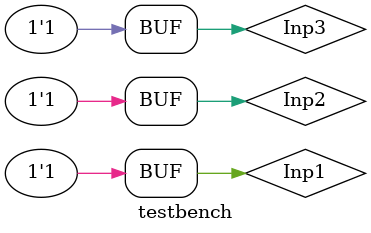
<source format=v>
module decoder ( 
    input a, //inputs
	 input b, //inputs
	 input c, //inputs
	 input d, //inputs
    output [9:0]C //output
);

// Truth table for 3 to 8 decoder

assign 
		// Base case for C0
		C[0]=~A&~B&~C,
      
		// Base case for C1
		C[1]=~A&~B&C,
		
		// Base case for C2
      C[2]=~A&B&~C,
		
		// Base case for C3
      C[3]=~A&B&C,
		
		// Base case for C4
      C[4]=A&~B&~C,
		
		// Base case for C5
      C[5]=A&~B&C,
		
		// Base case for C6
      C[6]=A&B&~C,
		
		// Base case for C7
      C[7]=A&B&C;

endmodule

///////////_TestBench_///////////
module testbench (); // main 
    reg Inp1, Inp2, Inp3; // Reg Initialization
    wire Out; // Wire Initialization
decoder decoder(
    .a(Inp1), .b(Inp2), .c(Inp3),  // initialization procces
    .C(Out) // initialization procces
);
initial begin //All ocurances 
    Inp1 = 1'b0; 
	 Inp2 = 1'b0; 
	 Inp3 = 1'b0;
    #5;
   
    Inp1 = 1'b0; 
	 Inp2 = 1'b0; 
	 Inp3 = 1'b1;
    #5;
   
    Inp1 = 1'b0; 
	 Inp2 = 1'b1; 
	 Inp3 = 1'b0;
    #5;
   
    Inp1 = 1'b0; 
	 Inp2 = 1'b1; 
	 Inp3 = 1'b1;
    #5;
   
    Inp1 = 1'b1; 
	 Inp2 = 1'b0; 
	 Inp3 = 1'b0;
    #5;
   
    Inp1 = 1'b1; 
	 Inp2 = 1'b0; 
	 Inp3 = 1'b1;
    #5;

    Inp1 = 1'b1; 
	 Inp2 = 1'b1; 
	 Inp3 = 1'b0;
    #5;

    Inp1 = 1'b1; 
	 Inp2 = 1'b1; 
	 Inp3 = 1'b1;
    #5;
end
endmodule //end




</source>
